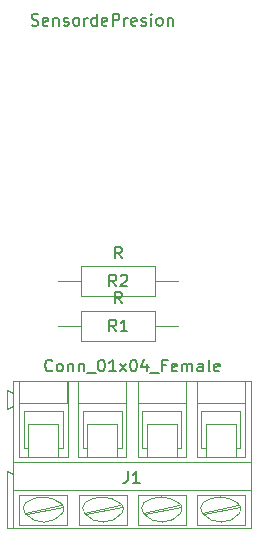
<source format=gbr>
G04 #@! TF.GenerationSoftware,KiCad,Pcbnew,(5.1.6)-1*
G04 #@! TF.CreationDate,2020-07-07T10:11:21-05:00*
G04 #@! TF.ProjectId,Ductos,44756374-6f73-42e6-9b69-6361645f7063,rev?*
G04 #@! TF.SameCoordinates,Original*
G04 #@! TF.FileFunction,Other,Fab,Top*
%FSLAX46Y46*%
G04 Gerber Fmt 4.6, Leading zero omitted, Abs format (unit mm)*
G04 Created by KiCad (PCBNEW (5.1.6)-1) date 2020-07-07 10:11:21*
%MOMM*%
%LPD*%
G01*
G04 APERTURE LIST*
%ADD10C,0.100000*%
%ADD11C,0.150000*%
G04 APERTURE END LIST*
D10*
X40640000Y-66040000D02*
X42570000Y-66040000D01*
X50800000Y-66040000D02*
X48870000Y-66040000D01*
X42570000Y-67290000D02*
X48870000Y-67290000D01*
X42570000Y-64790000D02*
X42570000Y-67290000D01*
X48870000Y-64790000D02*
X42570000Y-64790000D01*
X48870000Y-67290000D02*
X48870000Y-64790000D01*
X51050000Y-77130000D02*
X47750000Y-77130000D01*
X51430000Y-77130000D02*
X51050000Y-77130000D01*
X47370000Y-77130000D02*
X47750000Y-77130000D01*
X52750000Y-77130000D02*
X56060000Y-77130000D01*
X52370000Y-77130000D02*
X52750000Y-77130000D01*
X56440000Y-77130000D02*
X56060000Y-77130000D01*
X55900000Y-81200000D02*
X52860000Y-81830000D01*
X56030000Y-81330000D02*
X52980000Y-81960000D01*
X50900000Y-81200000D02*
X47850000Y-81830000D01*
X51030000Y-81330000D02*
X47980000Y-81960000D01*
X52370000Y-82850000D02*
X56440000Y-82850000D01*
X56440000Y-80310000D02*
X56440000Y-82850000D01*
X52370000Y-80310000D02*
X56440000Y-80310000D01*
X52370000Y-80310000D02*
X52370000Y-82850000D01*
X47370000Y-80310000D02*
X51430000Y-80310000D01*
X47370000Y-82850000D02*
X47370000Y-80310000D01*
X51430000Y-82850000D02*
X47370000Y-82850000D01*
X51430000Y-80310000D02*
X51430000Y-82850000D01*
X56970000Y-80050000D02*
X56970000Y-83100000D01*
X56970000Y-77520000D02*
X56970000Y-80050000D01*
X56970000Y-70660000D02*
X56970000Y-77520000D01*
X47750000Y-76370000D02*
X48130000Y-76370000D01*
X51050000Y-76370000D02*
X50670000Y-76370000D01*
X52750000Y-76370000D02*
X53130000Y-76370000D01*
X56060000Y-76370000D02*
X55670000Y-76370000D01*
X56060000Y-73200000D02*
X56060000Y-76370000D01*
X52750000Y-73200000D02*
X56060000Y-73200000D01*
X52750000Y-73200000D02*
X52750000Y-76370000D01*
X51050000Y-73200000D02*
X51050000Y-76370000D01*
X47750000Y-73200000D02*
X51050000Y-73200000D01*
X47750000Y-73200000D02*
X47750000Y-76370000D01*
X56440000Y-72560000D02*
X56440000Y-70660000D01*
X52370000Y-72560000D02*
X52370000Y-77130000D01*
X52370000Y-72560000D02*
X56440000Y-72560000D01*
X47370000Y-72560000D02*
X47370000Y-70660000D01*
X51430000Y-72560000D02*
X51430000Y-77130000D01*
X51430000Y-72560000D02*
X47370000Y-72560000D01*
X56440000Y-70660000D02*
X52370000Y-70660000D01*
X56970000Y-70660000D02*
X56440000Y-70660000D01*
X56440000Y-77130000D02*
X56440000Y-72560000D01*
X52370000Y-70660000D02*
X51430000Y-70660000D01*
X52370000Y-70660000D02*
X52370000Y-72560000D01*
X51430000Y-70660000D02*
X47370000Y-70660000D01*
X47370000Y-77130000D02*
X47370000Y-72560000D01*
X51430000Y-70660000D02*
X51430000Y-72560000D01*
X41440000Y-72820000D02*
X41440000Y-71670000D01*
X41440000Y-71670000D02*
X41440000Y-70660000D01*
X50670000Y-74340000D02*
X50670000Y-77130000D01*
X50670000Y-77130000D02*
X48130000Y-77130000D01*
X48130000Y-74340000D02*
X48130000Y-77130000D01*
X50670000Y-74340000D02*
X48130000Y-74340000D01*
X55670000Y-74340000D02*
X55670000Y-77130000D01*
X55670000Y-77130000D02*
X53130000Y-77130000D01*
X53130000Y-74340000D02*
X53130000Y-77130000D01*
X55670000Y-74340000D02*
X53130000Y-74340000D01*
X40660000Y-74340000D02*
X38120000Y-74340000D01*
X38120000Y-74340000D02*
X38120000Y-77130000D01*
X40660000Y-77130000D02*
X38120000Y-77130000D01*
X40660000Y-74340000D02*
X40660000Y-77130000D01*
X36800000Y-83100000D02*
X36800000Y-80050000D01*
X36800000Y-83100000D02*
X36290000Y-83100000D01*
X36290000Y-83100000D02*
X36290000Y-78280000D01*
X36290000Y-78280000D02*
X36800000Y-78530000D01*
X36290000Y-71420000D02*
X36800000Y-71670000D01*
X36800000Y-71670000D02*
X36800000Y-70660000D01*
X36290000Y-73070000D02*
X36800000Y-72820000D01*
X36800000Y-72820000D02*
X36800000Y-71670000D01*
X36290000Y-73070000D02*
X36290000Y-71420000D01*
X41420000Y-70660000D02*
X41420000Y-72560000D01*
X37360000Y-77130000D02*
X37360000Y-72560000D01*
X37360000Y-70660000D02*
X36800000Y-70660000D01*
X41420000Y-72560000D02*
X37360000Y-72560000D01*
X37360000Y-72560000D02*
X37360000Y-70660000D01*
X37740000Y-73200000D02*
X37740000Y-76370000D01*
X37740000Y-73200000D02*
X41040000Y-73200000D01*
X41040000Y-73200000D02*
X41040000Y-76370000D01*
X41040000Y-76370000D02*
X40660000Y-76370000D01*
X37740000Y-76370000D02*
X38120000Y-76370000D01*
X36800000Y-78530000D02*
X36800000Y-77520000D01*
X36800000Y-77520000D02*
X36800000Y-72820000D01*
X36800000Y-80050000D02*
X36800000Y-78530000D01*
X41420000Y-80310000D02*
X41420000Y-82850000D01*
X41420000Y-82850000D02*
X37360000Y-82850000D01*
X37360000Y-82850000D02*
X37360000Y-80310000D01*
X37360000Y-80310000D02*
X41420000Y-80310000D01*
X41020000Y-81330000D02*
X37970000Y-81960000D01*
X40890000Y-81200000D02*
X37840000Y-81830000D01*
X37360000Y-77130000D02*
X37740000Y-77130000D01*
X41420000Y-77130000D02*
X41040000Y-77130000D01*
X41040000Y-77130000D02*
X37740000Y-77130000D01*
X41440000Y-72880000D02*
X41440000Y-77130000D01*
X41730000Y-77520000D02*
X56910000Y-77520000D01*
X36650000Y-83100000D02*
X56970000Y-83100000D01*
X36800000Y-79930000D02*
X56970000Y-79930000D01*
X41220000Y-70660000D02*
X47320000Y-70660000D01*
X37440000Y-70660000D02*
X41370000Y-70660000D01*
X46400000Y-77130000D02*
X42340000Y-77130000D01*
X46400000Y-70660000D02*
X46400000Y-77130000D01*
X41880000Y-77520000D02*
X36800000Y-77520000D01*
X42720000Y-76370000D02*
X43100000Y-76370000D01*
X42720000Y-73200000D02*
X42720000Y-76370000D01*
X46020000Y-73200000D02*
X42720000Y-73200000D01*
X46020000Y-76370000D02*
X46020000Y-73200000D01*
X46020000Y-76370000D02*
X45640000Y-76370000D01*
X42340000Y-70660000D02*
X42340000Y-77130000D01*
X46400000Y-72560000D02*
X42340000Y-72560000D01*
X45920000Y-81200000D02*
X42870000Y-81830000D01*
X46050000Y-81330000D02*
X43000000Y-81960000D01*
X42390000Y-80310000D02*
X46450000Y-80310000D01*
X42390000Y-82850000D02*
X42390000Y-80310000D01*
X46450000Y-82850000D02*
X42390000Y-82850000D01*
X46450000Y-80310000D02*
X46450000Y-82850000D01*
X43100000Y-74340000D02*
X43100000Y-77130000D01*
X45640000Y-74340000D02*
X43100000Y-74340000D01*
X45640000Y-77130000D02*
X45640000Y-74340000D01*
X42944380Y-80966004D02*
G75*
G03*
X42900000Y-81930000I455620J-503996D01*
G01*
X45892333Y-81048263D02*
G75*
G03*
X42910000Y-81000000I-1522333J-1901737D01*
G01*
X42901761Y-81941687D02*
G75*
G03*
X46050000Y-81880000I1548239J1351687D01*
G01*
X45992972Y-81938699D02*
G75*
G03*
X45850000Y-81010000I-432972J408699D01*
G01*
X40962972Y-81938699D02*
G75*
G03*
X40820000Y-81010000I-432972J408699D01*
G01*
X37871761Y-81941687D02*
G75*
G03*
X41020000Y-81880000I1548239J1351687D01*
G01*
X40862333Y-81048263D02*
G75*
G03*
X37880000Y-81000000I-1522333J-1901737D01*
G01*
X37914380Y-80966004D02*
G75*
G03*
X37870000Y-81930000I455620J-503996D01*
G01*
X47924380Y-80966004D02*
G75*
G03*
X47880000Y-81930000I455620J-503996D01*
G01*
X50872333Y-81048263D02*
G75*
G03*
X47890000Y-81000000I-1522333J-1901737D01*
G01*
X47881761Y-81941687D02*
G75*
G03*
X51030000Y-81880000I1548239J1351687D01*
G01*
X50972972Y-81938699D02*
G75*
G03*
X50830000Y-81010000I-432972J408699D01*
G01*
X52934468Y-80956005D02*
G75*
G03*
X52880000Y-81930000I455532J-513995D01*
G01*
X55872333Y-81048263D02*
G75*
G03*
X52890000Y-81000000I-1522333J-1901737D01*
G01*
X52881761Y-81941687D02*
G75*
G03*
X56030000Y-81880000I1548239J1351687D01*
G01*
X55985426Y-81929005D02*
G75*
G03*
X55830000Y-81010000I-435426J399005D01*
G01*
X48870000Y-63480000D02*
X48870000Y-60980000D01*
X48870000Y-60980000D02*
X42570000Y-60980000D01*
X42570000Y-60980000D02*
X42570000Y-63480000D01*
X42570000Y-63480000D02*
X48870000Y-63480000D01*
X50800000Y-62230000D02*
X48870000Y-62230000D01*
X40640000Y-62230000D02*
X42570000Y-62230000D01*
D11*
X46029523Y-64122380D02*
X45696190Y-63646190D01*
X45458095Y-64122380D02*
X45458095Y-63122380D01*
X45839047Y-63122380D01*
X45934285Y-63170000D01*
X45981904Y-63217619D01*
X46029523Y-63312857D01*
X46029523Y-63455714D01*
X45981904Y-63550952D01*
X45934285Y-63598571D01*
X45839047Y-63646190D01*
X45458095Y-63646190D01*
X45553333Y-66492380D02*
X45220000Y-66016190D01*
X44981904Y-66492380D02*
X44981904Y-65492380D01*
X45362857Y-65492380D01*
X45458095Y-65540000D01*
X45505714Y-65587619D01*
X45553333Y-65682857D01*
X45553333Y-65825714D01*
X45505714Y-65920952D01*
X45458095Y-65968571D01*
X45362857Y-66016190D01*
X44981904Y-66016190D01*
X46505714Y-66492380D02*
X45934285Y-66492380D01*
X46220000Y-66492380D02*
X46220000Y-65492380D01*
X46124761Y-65635238D01*
X46029523Y-65730476D01*
X45934285Y-65778095D01*
X38390000Y-40564761D02*
X38532857Y-40612380D01*
X38770952Y-40612380D01*
X38866190Y-40564761D01*
X38913809Y-40517142D01*
X38961428Y-40421904D01*
X38961428Y-40326666D01*
X38913809Y-40231428D01*
X38866190Y-40183809D01*
X38770952Y-40136190D01*
X38580476Y-40088571D01*
X38485238Y-40040952D01*
X38437619Y-39993333D01*
X38390000Y-39898095D01*
X38390000Y-39802857D01*
X38437619Y-39707619D01*
X38485238Y-39660000D01*
X38580476Y-39612380D01*
X38818571Y-39612380D01*
X38961428Y-39660000D01*
X39770952Y-40564761D02*
X39675714Y-40612380D01*
X39485238Y-40612380D01*
X39390000Y-40564761D01*
X39342380Y-40469523D01*
X39342380Y-40088571D01*
X39390000Y-39993333D01*
X39485238Y-39945714D01*
X39675714Y-39945714D01*
X39770952Y-39993333D01*
X39818571Y-40088571D01*
X39818571Y-40183809D01*
X39342380Y-40279047D01*
X40247142Y-39945714D02*
X40247142Y-40612380D01*
X40247142Y-40040952D02*
X40294761Y-39993333D01*
X40390000Y-39945714D01*
X40532857Y-39945714D01*
X40628095Y-39993333D01*
X40675714Y-40088571D01*
X40675714Y-40612380D01*
X41104285Y-40564761D02*
X41199523Y-40612380D01*
X41389999Y-40612380D01*
X41485238Y-40564761D01*
X41532857Y-40469523D01*
X41532857Y-40421904D01*
X41485238Y-40326666D01*
X41389999Y-40279047D01*
X41247142Y-40279047D01*
X41151904Y-40231428D01*
X41104285Y-40136190D01*
X41104285Y-40088571D01*
X41151904Y-39993333D01*
X41247142Y-39945714D01*
X41389999Y-39945714D01*
X41485238Y-39993333D01*
X42104285Y-40612380D02*
X42009047Y-40564761D01*
X41961428Y-40517142D01*
X41913809Y-40421904D01*
X41913809Y-40136190D01*
X41961428Y-40040952D01*
X42009047Y-39993333D01*
X42104285Y-39945714D01*
X42247142Y-39945714D01*
X42342380Y-39993333D01*
X42389999Y-40040952D01*
X42437619Y-40136190D01*
X42437619Y-40421904D01*
X42389999Y-40517142D01*
X42342380Y-40564761D01*
X42247142Y-40612380D01*
X42104285Y-40612380D01*
X42866190Y-40612380D02*
X42866190Y-39945714D01*
X42866190Y-40136190D02*
X42913809Y-40040952D01*
X42961428Y-39993333D01*
X43056666Y-39945714D01*
X43151904Y-39945714D01*
X43913809Y-40612380D02*
X43913809Y-39612380D01*
X43913809Y-40564761D02*
X43818571Y-40612380D01*
X43628095Y-40612380D01*
X43532857Y-40564761D01*
X43485238Y-40517142D01*
X43437619Y-40421904D01*
X43437619Y-40136190D01*
X43485238Y-40040952D01*
X43532857Y-39993333D01*
X43628095Y-39945714D01*
X43818571Y-39945714D01*
X43913809Y-39993333D01*
X44770952Y-40564761D02*
X44675714Y-40612380D01*
X44485238Y-40612380D01*
X44390000Y-40564761D01*
X44342380Y-40469523D01*
X44342380Y-40088571D01*
X44390000Y-39993333D01*
X44485238Y-39945714D01*
X44675714Y-39945714D01*
X44770952Y-39993333D01*
X44818571Y-40088571D01*
X44818571Y-40183809D01*
X44342380Y-40279047D01*
X45247142Y-40612380D02*
X45247142Y-39612380D01*
X45628095Y-39612380D01*
X45723333Y-39660000D01*
X45770952Y-39707619D01*
X45818571Y-39802857D01*
X45818571Y-39945714D01*
X45770952Y-40040952D01*
X45723333Y-40088571D01*
X45628095Y-40136190D01*
X45247142Y-40136190D01*
X46247142Y-40612380D02*
X46247142Y-39945714D01*
X46247142Y-40136190D02*
X46294761Y-40040952D01*
X46342380Y-39993333D01*
X46437619Y-39945714D01*
X46532857Y-39945714D01*
X47247142Y-40564761D02*
X47151904Y-40612380D01*
X46961428Y-40612380D01*
X46866190Y-40564761D01*
X46818571Y-40469523D01*
X46818571Y-40088571D01*
X46866190Y-39993333D01*
X46961428Y-39945714D01*
X47151904Y-39945714D01*
X47247142Y-39993333D01*
X47294761Y-40088571D01*
X47294761Y-40183809D01*
X46818571Y-40279047D01*
X47675714Y-40564761D02*
X47770952Y-40612380D01*
X47961428Y-40612380D01*
X48056666Y-40564761D01*
X48104285Y-40469523D01*
X48104285Y-40421904D01*
X48056666Y-40326666D01*
X47961428Y-40279047D01*
X47818571Y-40279047D01*
X47723333Y-40231428D01*
X47675714Y-40136190D01*
X47675714Y-40088571D01*
X47723333Y-39993333D01*
X47818571Y-39945714D01*
X47961428Y-39945714D01*
X48056666Y-39993333D01*
X48532857Y-40612380D02*
X48532857Y-39945714D01*
X48532857Y-39612380D02*
X48485238Y-39660000D01*
X48532857Y-39707619D01*
X48580476Y-39660000D01*
X48532857Y-39612380D01*
X48532857Y-39707619D01*
X49151904Y-40612380D02*
X49056666Y-40564761D01*
X49009047Y-40517142D01*
X48961428Y-40421904D01*
X48961428Y-40136190D01*
X49009047Y-40040952D01*
X49056666Y-39993333D01*
X49151904Y-39945714D01*
X49294761Y-39945714D01*
X49390000Y-39993333D01*
X49437619Y-40040952D01*
X49485238Y-40136190D01*
X49485238Y-40421904D01*
X49437619Y-40517142D01*
X49390000Y-40564761D01*
X49294761Y-40612380D01*
X49151904Y-40612380D01*
X49913809Y-39945714D02*
X49913809Y-40612380D01*
X49913809Y-40040952D02*
X49961428Y-39993333D01*
X50056666Y-39945714D01*
X50199523Y-39945714D01*
X50294761Y-39993333D01*
X50342380Y-40088571D01*
X50342380Y-40612380D01*
X40154285Y-69787142D02*
X40106666Y-69834761D01*
X39963809Y-69882380D01*
X39868571Y-69882380D01*
X39725714Y-69834761D01*
X39630476Y-69739523D01*
X39582857Y-69644285D01*
X39535238Y-69453809D01*
X39535238Y-69310952D01*
X39582857Y-69120476D01*
X39630476Y-69025238D01*
X39725714Y-68930000D01*
X39868571Y-68882380D01*
X39963809Y-68882380D01*
X40106666Y-68930000D01*
X40154285Y-68977619D01*
X40725714Y-69882380D02*
X40630476Y-69834761D01*
X40582857Y-69787142D01*
X40535238Y-69691904D01*
X40535238Y-69406190D01*
X40582857Y-69310952D01*
X40630476Y-69263333D01*
X40725714Y-69215714D01*
X40868571Y-69215714D01*
X40963809Y-69263333D01*
X41011428Y-69310952D01*
X41059047Y-69406190D01*
X41059047Y-69691904D01*
X41011428Y-69787142D01*
X40963809Y-69834761D01*
X40868571Y-69882380D01*
X40725714Y-69882380D01*
X41487619Y-69215714D02*
X41487619Y-69882380D01*
X41487619Y-69310952D02*
X41535238Y-69263333D01*
X41630476Y-69215714D01*
X41773333Y-69215714D01*
X41868571Y-69263333D01*
X41916190Y-69358571D01*
X41916190Y-69882380D01*
X42392380Y-69215714D02*
X42392380Y-69882380D01*
X42392380Y-69310952D02*
X42440000Y-69263333D01*
X42535238Y-69215714D01*
X42678095Y-69215714D01*
X42773333Y-69263333D01*
X42820952Y-69358571D01*
X42820952Y-69882380D01*
X43059047Y-69977619D02*
X43820952Y-69977619D01*
X44249523Y-68882380D02*
X44344761Y-68882380D01*
X44440000Y-68930000D01*
X44487619Y-68977619D01*
X44535238Y-69072857D01*
X44582857Y-69263333D01*
X44582857Y-69501428D01*
X44535238Y-69691904D01*
X44487619Y-69787142D01*
X44440000Y-69834761D01*
X44344761Y-69882380D01*
X44249523Y-69882380D01*
X44154285Y-69834761D01*
X44106666Y-69787142D01*
X44059047Y-69691904D01*
X44011428Y-69501428D01*
X44011428Y-69263333D01*
X44059047Y-69072857D01*
X44106666Y-68977619D01*
X44154285Y-68930000D01*
X44249523Y-68882380D01*
X45535238Y-69882380D02*
X44963809Y-69882380D01*
X45249523Y-69882380D02*
X45249523Y-68882380D01*
X45154285Y-69025238D01*
X45059047Y-69120476D01*
X44963809Y-69168095D01*
X45868571Y-69882380D02*
X46392380Y-69215714D01*
X45868571Y-69215714D02*
X46392380Y-69882380D01*
X46963809Y-68882380D02*
X47059047Y-68882380D01*
X47154285Y-68930000D01*
X47201904Y-68977619D01*
X47249523Y-69072857D01*
X47297142Y-69263333D01*
X47297142Y-69501428D01*
X47249523Y-69691904D01*
X47201904Y-69787142D01*
X47154285Y-69834761D01*
X47059047Y-69882380D01*
X46963809Y-69882380D01*
X46868571Y-69834761D01*
X46820952Y-69787142D01*
X46773333Y-69691904D01*
X46725714Y-69501428D01*
X46725714Y-69263333D01*
X46773333Y-69072857D01*
X46820952Y-68977619D01*
X46868571Y-68930000D01*
X46963809Y-68882380D01*
X48154285Y-69215714D02*
X48154285Y-69882380D01*
X47916190Y-68834761D02*
X47678095Y-69549047D01*
X48297142Y-69549047D01*
X48440000Y-69977619D02*
X49201904Y-69977619D01*
X49773333Y-69358571D02*
X49440000Y-69358571D01*
X49440000Y-69882380D02*
X49440000Y-68882380D01*
X49916190Y-68882380D01*
X50678095Y-69834761D02*
X50582857Y-69882380D01*
X50392380Y-69882380D01*
X50297142Y-69834761D01*
X50249523Y-69739523D01*
X50249523Y-69358571D01*
X50297142Y-69263333D01*
X50392380Y-69215714D01*
X50582857Y-69215714D01*
X50678095Y-69263333D01*
X50725714Y-69358571D01*
X50725714Y-69453809D01*
X50249523Y-69549047D01*
X51154285Y-69882380D02*
X51154285Y-69215714D01*
X51154285Y-69310952D02*
X51201904Y-69263333D01*
X51297142Y-69215714D01*
X51440000Y-69215714D01*
X51535238Y-69263333D01*
X51582857Y-69358571D01*
X51582857Y-69882380D01*
X51582857Y-69358571D02*
X51630476Y-69263333D01*
X51725714Y-69215714D01*
X51868571Y-69215714D01*
X51963809Y-69263333D01*
X52011428Y-69358571D01*
X52011428Y-69882380D01*
X52916190Y-69882380D02*
X52916190Y-69358571D01*
X52868571Y-69263333D01*
X52773333Y-69215714D01*
X52582857Y-69215714D01*
X52487619Y-69263333D01*
X52916190Y-69834761D02*
X52820952Y-69882380D01*
X52582857Y-69882380D01*
X52487619Y-69834761D01*
X52440000Y-69739523D01*
X52440000Y-69644285D01*
X52487619Y-69549047D01*
X52582857Y-69501428D01*
X52820952Y-69501428D01*
X52916190Y-69453809D01*
X53535238Y-69882380D02*
X53440000Y-69834761D01*
X53392380Y-69739523D01*
X53392380Y-68882380D01*
X54297142Y-69834761D02*
X54201904Y-69882380D01*
X54011428Y-69882380D01*
X53916190Y-69834761D01*
X53868571Y-69739523D01*
X53868571Y-69358571D01*
X53916190Y-69263333D01*
X54011428Y-69215714D01*
X54201904Y-69215714D01*
X54297142Y-69263333D01*
X54344761Y-69358571D01*
X54344761Y-69453809D01*
X53868571Y-69549047D01*
X46556666Y-78332380D02*
X46556666Y-79046666D01*
X46509047Y-79189523D01*
X46413809Y-79284761D01*
X46270952Y-79332380D01*
X46175714Y-79332380D01*
X47556666Y-79332380D02*
X46985238Y-79332380D01*
X47270952Y-79332380D02*
X47270952Y-78332380D01*
X47175714Y-78475238D01*
X47080476Y-78570476D01*
X46985238Y-78618095D01*
X46029523Y-60312380D02*
X45696190Y-59836190D01*
X45458095Y-60312380D02*
X45458095Y-59312380D01*
X45839047Y-59312380D01*
X45934285Y-59360000D01*
X45981904Y-59407619D01*
X46029523Y-59502857D01*
X46029523Y-59645714D01*
X45981904Y-59740952D01*
X45934285Y-59788571D01*
X45839047Y-59836190D01*
X45458095Y-59836190D01*
X45553333Y-62682380D02*
X45220000Y-62206190D01*
X44981904Y-62682380D02*
X44981904Y-61682380D01*
X45362857Y-61682380D01*
X45458095Y-61730000D01*
X45505714Y-61777619D01*
X45553333Y-61872857D01*
X45553333Y-62015714D01*
X45505714Y-62110952D01*
X45458095Y-62158571D01*
X45362857Y-62206190D01*
X44981904Y-62206190D01*
X45934285Y-61777619D02*
X45981904Y-61730000D01*
X46077142Y-61682380D01*
X46315238Y-61682380D01*
X46410476Y-61730000D01*
X46458095Y-61777619D01*
X46505714Y-61872857D01*
X46505714Y-61968095D01*
X46458095Y-62110952D01*
X45886666Y-62682380D01*
X46505714Y-62682380D01*
M02*

</source>
